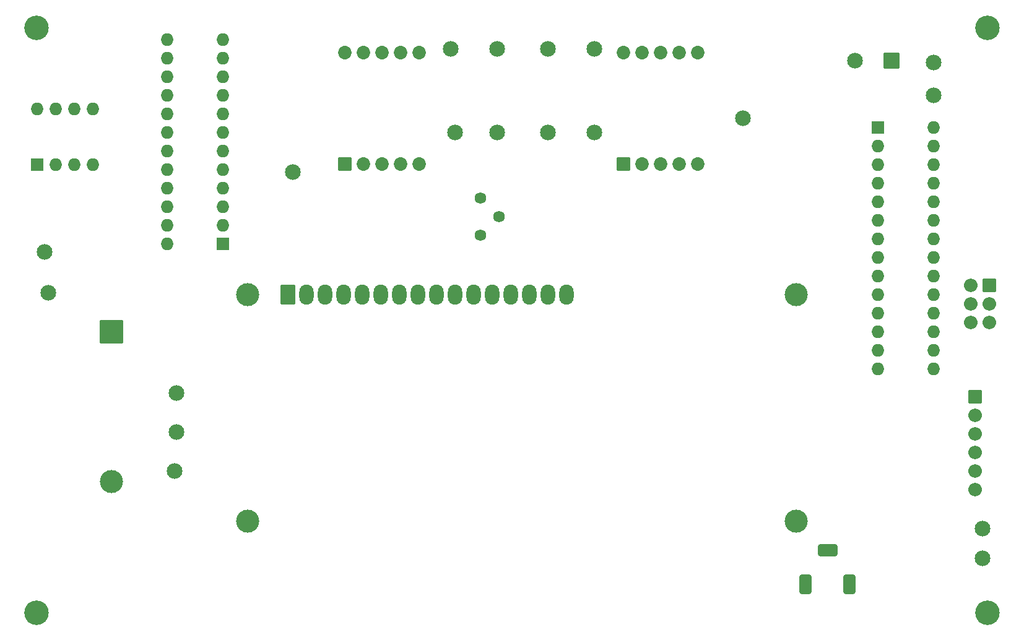
<source format=gbr>
%TF.GenerationSoftware,KiCad,Pcbnew,(6.0.5-0)*%
%TF.CreationDate,2022-07-21T01:55:03-04:00*%
%TF.ProjectId,Annahs_clock_hps,416e6e61-6873-45f6-936c-6f636b5f6870,rev?*%
%TF.SameCoordinates,Original*%
%TF.FileFunction,Soldermask,Bot*%
%TF.FilePolarity,Negative*%
%FSLAX46Y46*%
G04 Gerber Fmt 4.6, Leading zero omitted, Abs format (unit mm)*
G04 Created by KiCad (PCBNEW (6.0.5-0)) date 2022-07-21 01:55:03*
%MOMM*%
%LPD*%
G01*
G04 APERTURE LIST*
G04 Aperture macros list*
%AMRoundRect*
0 Rectangle with rounded corners*
0 $1 Rounding radius*
0 $2 $3 $4 $5 $6 $7 $8 $9 X,Y pos of 4 corners*
0 Add a 4 corners polygon primitive as box body*
4,1,4,$2,$3,$4,$5,$6,$7,$8,$9,$2,$3,0*
0 Add four circle primitives for the rounded corners*
1,1,$1+$1,$2,$3*
1,1,$1+$1,$4,$5*
1,1,$1+$1,$6,$7*
1,1,$1+$1,$8,$9*
0 Add four rect primitives between the rounded corners*
20,1,$1+$1,$2,$3,$4,$5,0*
20,1,$1+$1,$4,$5,$6,$7,0*
20,1,$1+$1,$6,$7,$8,$9,0*
20,1,$1+$1,$8,$9,$2,$3,0*%
G04 Aperture macros list end*
%ADD10RoundRect,0.476200X-0.400000X0.900000X-0.400000X-0.900000X0.400000X-0.900000X0.400000X0.900000X0*%
%ADD11RoundRect,0.476200X-0.900000X0.400000X-0.900000X-0.400000X0.900000X-0.400000X0.900000X0.400000X0*%
%ADD12C,3.352400*%
%ADD13C,1.592400*%
%ADD14C,2.152400*%
%ADD15RoundRect,0.076200X-0.850000X-0.850000X0.850000X-0.850000X0.850000X0.850000X-0.850000X0.850000X0*%
%ADD16C,1.852400*%
%ADD17RoundRect,0.076200X0.800000X0.800000X-0.800000X0.800000X-0.800000X-0.800000X0.800000X-0.800000X0*%
%ADD18O,1.752400X1.752400*%
%ADD19RoundRect,0.076200X0.800000X-0.800000X0.800000X0.800000X-0.800000X0.800000X-0.800000X-0.800000X0*%
%ADD20RoundRect,0.076200X1.000000X1.000000X-1.000000X1.000000X-1.000000X-1.000000X1.000000X-1.000000X0*%
%ADD21RoundRect,0.076200X-0.800000X-0.800000X0.800000X-0.800000X0.800000X0.800000X-0.800000X0.800000X0*%
%ADD22C,3.152400*%
%ADD23RoundRect,0.076200X-0.900000X-1.300000X0.900000X-1.300000X0.900000X1.300000X-0.900000X1.300000X0*%
%ADD24O,1.952400X2.752400*%
%ADD25RoundRect,0.076200X0.850000X0.850000X-0.850000X0.850000X-0.850000X-0.850000X0.850000X-0.850000X0*%
%ADD26O,1.852400X1.852400*%
%ADD27RoundRect,0.076200X-1.500000X1.500000X-1.500000X-1.500000X1.500000X-1.500000X1.500000X1.500000X0*%
G04 APERTURE END LIST*
D10*
%TO.C,J2*%
X196167000Y-136144000D03*
X190167000Y-136144000D03*
D11*
X193167000Y-131444000D03*
%TD*%
D12*
%TO.C,H4*%
X215000000Y-140000000D03*
%TD*%
D13*
%TO.C,RV1*%
X145665000Y-88382500D03*
X148205000Y-85842500D03*
X145665000Y-83302500D03*
%TD*%
D14*
%TO.C,TP9*%
X147955000Y-62865000D03*
%TD*%
D15*
%TO.C,U5*%
X127127000Y-78613000D03*
D16*
X129667000Y-78613000D03*
X132207000Y-78613000D03*
X134747000Y-78613000D03*
X137287000Y-78613000D03*
X137287000Y-63373000D03*
X134747000Y-63373000D03*
X132207000Y-63373000D03*
X129667000Y-63373000D03*
X127127000Y-63373000D03*
%TD*%
D14*
%TO.C,TP7*%
X142240000Y-74295000D03*
%TD*%
D17*
%TO.C,U2*%
X110490000Y-89535000D03*
D18*
X110490000Y-86995000D03*
X110490000Y-84455000D03*
X110490000Y-81915000D03*
X110490000Y-79375000D03*
X110490000Y-76835000D03*
X110490000Y-74295000D03*
X110490000Y-71755000D03*
X110490000Y-69215000D03*
X110490000Y-66675000D03*
X110490000Y-64135000D03*
X110490000Y-61595000D03*
X102870000Y-61595000D03*
X102870000Y-64135000D03*
X102870000Y-66675000D03*
X102870000Y-69215000D03*
X102870000Y-71755000D03*
X102870000Y-74295000D03*
X102870000Y-76835000D03*
X102870000Y-79375000D03*
X102870000Y-81915000D03*
X102870000Y-84455000D03*
X102870000Y-86995000D03*
X102870000Y-89535000D03*
%TD*%
D14*
%TO.C,TP5*%
X154940000Y-74295000D03*
%TD*%
%TO.C,TP16*%
X86614000Y-96266000D03*
%TD*%
%TO.C,TP14*%
X207645000Y-64770000D03*
%TD*%
%TO.C,TP15*%
X86106000Y-90678000D03*
%TD*%
%TO.C,TP10*%
X161290000Y-74295000D03*
%TD*%
D19*
%TO.C,U1*%
X85100000Y-78740000D03*
D18*
X87640000Y-78740000D03*
X90180000Y-78740000D03*
X92720000Y-78740000D03*
X92720000Y-71120000D03*
X90180000Y-71120000D03*
X87640000Y-71120000D03*
X85100000Y-71120000D03*
%TD*%
D14*
%TO.C,TP4*%
X161290000Y-62865000D03*
%TD*%
%TO.C,BZ1*%
X196930000Y-64516000D03*
D20*
X201930000Y-64516000D03*
%TD*%
D12*
%TO.C,H2*%
X215000000Y-60000000D03*
%TD*%
%TO.C,H3*%
X85000000Y-140000000D03*
%TD*%
D14*
%TO.C,TP1*%
X181610000Y-72390000D03*
%TD*%
D12*
%TO.C,H1*%
X85000000Y-60000000D03*
%TD*%
D14*
%TO.C,TP18*%
X104140000Y-109982000D03*
%TD*%
%TO.C,TP6*%
X147955000Y-74295000D03*
%TD*%
%TO.C,TP2*%
X214376000Y-128524000D03*
%TD*%
%TO.C,TP3*%
X154940000Y-62865000D03*
%TD*%
%TO.C,TP13*%
X207645000Y-69215000D03*
%TD*%
%TO.C,TP17*%
X103886000Y-120650000D03*
%TD*%
%TO.C,TP11*%
X120015000Y-79756000D03*
%TD*%
%TO.C,TP8*%
X141605000Y-62865000D03*
%TD*%
D15*
%TO.C,U4*%
X165227000Y-78613000D03*
D16*
X167767000Y-78613000D03*
X170307000Y-78613000D03*
X172847000Y-78613000D03*
X175387000Y-78613000D03*
X175387000Y-63373000D03*
X172847000Y-63373000D03*
X170307000Y-63373000D03*
X167767000Y-63373000D03*
X165227000Y-63373000D03*
%TD*%
D14*
%TO.C,TP19*%
X104140000Y-115316000D03*
%TD*%
D21*
%TO.C,UI1*%
X200035000Y-73670000D03*
D18*
X200035000Y-76210000D03*
X200035000Y-78750000D03*
X200035000Y-81290000D03*
X200035000Y-83830000D03*
X200035000Y-86370000D03*
X200035000Y-88910000D03*
X200035000Y-91450000D03*
X200035000Y-93990000D03*
X200035000Y-96530000D03*
X200035000Y-99070000D03*
X200035000Y-101610000D03*
X200035000Y-104150000D03*
X200035000Y-106690000D03*
X207655000Y-106690000D03*
X207655000Y-104150000D03*
X207655000Y-101610000D03*
X207655000Y-99070000D03*
X207655000Y-96530000D03*
X207655000Y-93990000D03*
X207655000Y-91450000D03*
X207655000Y-88910000D03*
X207655000Y-86370000D03*
X207655000Y-83830000D03*
X207655000Y-81290000D03*
X207655000Y-78750000D03*
X207655000Y-76210000D03*
X207655000Y-73670000D03*
%TD*%
D22*
%TO.C,DS1*%
X188880000Y-96520000D03*
X113880900Y-96520000D03*
X113880900Y-127520700D03*
X188879480Y-127520700D03*
D23*
X119380000Y-96520000D03*
D24*
X121920000Y-96520000D03*
X124460000Y-96520000D03*
X127000000Y-96520000D03*
X129540000Y-96520000D03*
X132080000Y-96520000D03*
X134620000Y-96520000D03*
X137160000Y-96520000D03*
X139700000Y-96520000D03*
X142240000Y-96520000D03*
X144780000Y-96520000D03*
X147320000Y-96520000D03*
X149860000Y-96520000D03*
X152400000Y-96520000D03*
X154940000Y-96520000D03*
X157480000Y-96520000D03*
%TD*%
D25*
%TO.C,J1*%
X213360000Y-110490000D03*
D26*
X213360000Y-113030000D03*
X213360000Y-115570000D03*
X213360000Y-118110000D03*
X213360000Y-120650000D03*
X213360000Y-123190000D03*
%TD*%
D25*
%TO.C,J3*%
X215265000Y-95250000D03*
D26*
X212725000Y-95250000D03*
X215265000Y-97790000D03*
X212725000Y-97790000D03*
X215265000Y-100330000D03*
X212725000Y-100330000D03*
%TD*%
D14*
%TO.C,TP12*%
X214376000Y-132588000D03*
%TD*%
D22*
%TO.C,BT1*%
X95250000Y-122090000D03*
D27*
X95250000Y-101600000D03*
%TD*%
M02*

</source>
